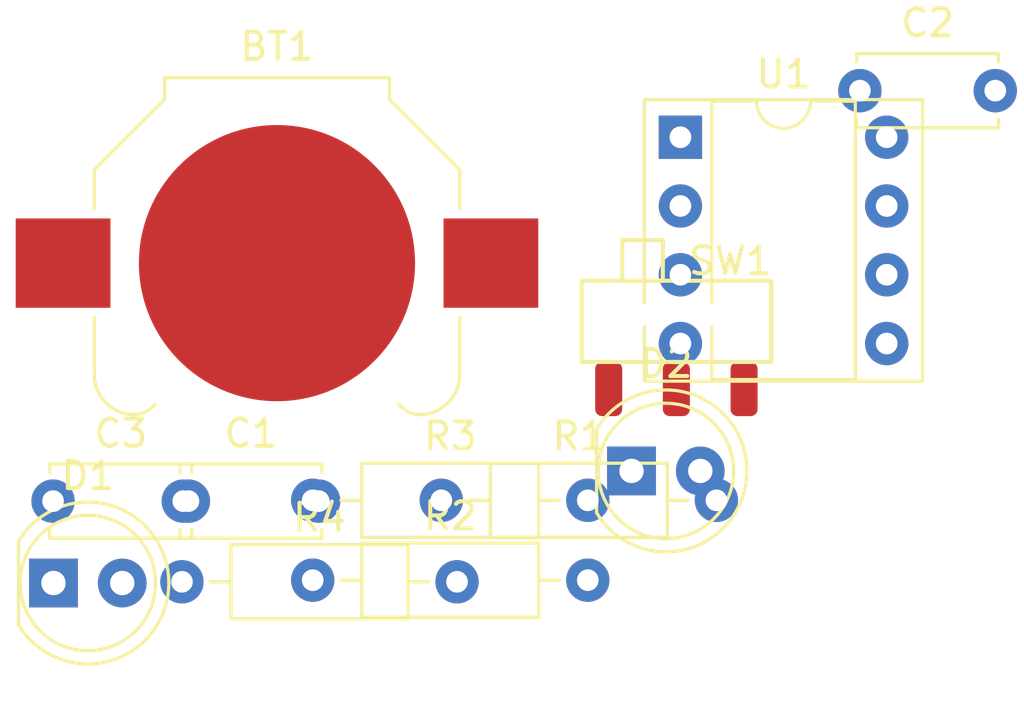
<source format=kicad_pcb>
(kicad_pcb (version 20211014) (generator pcbnew)
  (layers (0 "F.Cu" signal) (31 "B.Cu" signal) (34 "B.Paste" user) (35 "F.Paste" user) (36 "B.SilkS" user "B.Silkscreen") (37 "F.SilkS" user "F.Silkscreen") (38 "B.Mask" user) (39 "F.Mask" user) (44 "Edge.Cuts" user))
  (net 0 "")
  (net 1 "Net-(BT1-Pad1)")
  (net 2 "GND")
  (net 3 "Net-(C1-Pad1)")
  (net 4 "Net-(C2-Pad1)")
  (net 5 "Net-(C3-Pad1)")
  (net 6 "Net-(D1-Pad1)")
  (net 7 "Net-(D2-Pad1)")
  (net 8 "Net-(D2-Pad2)")
  (net 9 "Net-(R1-Pad2)")
  (footprint "Resistor_THT:R_Axial_DIN0207_L6.3mm_D2.5mm_P10.16mm_Horizontal" (layer "F.Cu") (at 143.095 104.635)
    (fp_text reference "R3" (at 5.08 -2.37) (layer "F.SilkS"))
    (fp_text value "200Ω")
    (fp_line (start 1.04 0) (end 1.81 0) (layer "F.SilkS") (width 0.12))
    (fp_line (start 1.81 -1.37) (end 1.81 1.37) (layer "F.SilkS") (width 0.12))
    (fp_line (start 8.35 1.37) (end 8.35 -1.37) (layer "F.SilkS") (width 0.12))
    (fp_line (start 8.35 -1.37) (end 1.81 -1.37) (layer "F.SilkS") (width 0.12))
    (fp_line (start 9.12 0) (end 8.35 0) (layer "F.SilkS") (width 0.12))
    (fp_line (start 1.81 1.37) (end 8.35 1.37) (layer "F.SilkS") (width 0.12))
    (pad "1" thru_hole circle (at 0 0) (size 1.6 1.6) (drill 0.8) (layers *.Cu *.Mask) (net 6 "Net-(D1-Pad1)"))
    (pad "2" thru_hole oval (at 10.16 0) (size 1.6 1.6) (drill 0.8) (layers *.Cu *.Mask) (net 8 "Net-(D2-Pad2)"))
  )
  (footprint "Blinky_ZAM:SSK-1202" (layer "F.Cu") (at 156.526201 100.526199)
    (property "Reference" "SW?")
    (property "Value" "SW_SPDT")
    (fp_text reference "SW1" (at 1.99 -4.73 unlocked) (layer "F.SilkS"))
    (fp_text value "SW_SPDT")
    (fp_rect (start -3.500001 -1) (end 3.500001 -4) (layer "F.SilkS") (width 0.1524) (fill none))
    (fp_rect (start -2 -5.499999) (end -0.5 -4) (layer "F.SilkS") (width 0.1524) (fill none))
    (pad "" np_thru_hole circle (at -1.25 -2.75) (size 0.8 0.8) (drill 0.8) (layers F&B.Cu *.Mask))
    (pad "" np_thru_hole circle (at 1.25 -2.75) (size 0.8 0.8) (drill 0.8) (layers F&B.Cu *.Mask))
    (pad "1" smd roundrect (at -2.5 0) (size 1 2) (layers "F.Cu" "F.Paste" "F.Mask") (net 4 "Net-(C2-Pad1)"))
    (pad "2" smd roundrect (at 0 0) (size 1 2) (layers "F.Cu" "F.Paste" "F.Mask") (net 1 "Net-(BT1-Pad1)"))
    (pad "3" smd roundrect (at 2.5 0) (size 1 2) (layers "F.Cu" "F.Paste" "F.Mask"))
  )
  (footprint "Capacitor_THT:C_Disc_D5.0mm_W2.5mm_P5.00mm" (layer "F.Cu") (at 138.315 104.665)
    (fp_text reference "C1" (at 2.5 -2.5) (layer "F.SilkS"))
    (fp_text value "300nF")
    (fp_line (start 5.12 -1.37) (end 5.12 -1.055) (layer "F.SilkS") (width 0.12))
    (fp_line (start -0.12 -1.37) (end 5.12 -1.37) (layer "F.SilkS") (width 0.12))
    (fp_line (start -0.12 -1.37) (end -0.12 -1.055) (layer "F.SilkS") (width 0.12))
    (fp_line (start 5.12 1.055) (end 5.12 1.37) (layer "F.SilkS") (width 0.12))
    (fp_line (start -0.12 1.055) (end -0.12 1.37) (layer "F.SilkS") (width 0.12))
    (fp_line (start -0.12 1.37) (end 5.12 1.37) (layer "F.SilkS") (width 0.12))
    (pad "1" thru_hole circle (at 0 0) (size 1.6 1.6) (drill 0.8) (layers *.Cu *.Mask) (net 3 "Net-(C1-Pad1)"))
    (pad "2" thru_hole circle (at 5 0) (size 1.6 1.6) (drill 0.8) (layers *.Cu *.Mask) (net 2 "GND"))
  )
  (footprint "Battery:BatteryHolder_Keystone_3000_1x12mm" (layer "F.Cu") (at 141.775 95.875)
    (fp_text reference "BT1" (at 0 -8) (layer "F.SilkS"))
    (fp_text value "Battery_Cell")
    (fp_line (start 6.75 -3.45) (end 6.75 -2) (layer "F.SilkS") (width 0.12))
    (fp_line (start -6.75 -3.45) (end -4.15 -6.05) (layer "F.SilkS") (width 0.12))
    (fp_line (start 4.15 -6.85) (end 4.15 -6.05) (layer "F.SilkS") (width 0.12))
    (fp_line (start -4.15 -6.05) (end -4.15 -6.85) (layer "F.SilkS") (width 0.12))
    (fp_line (start -6.75 2) (end -6.75 4.1) (layer "F.SilkS") (width 0.12))
    (fp_line (start -6.75 -2) (end -6.75 -3.45) (layer "F.SilkS") (width 0.12))
    (fp_line (start 4.15 -6.05) (end 6.75 -3.45) (layer "F.SilkS") (width 0.12))
    (fp_line (start -4.15 -6.85) (end 4.15 -6.85) (layer "F.SilkS") (width 0.12))
    (fp_line (start 6.75 2) (end 6.75 4.1) (layer "F.SilkS") (width 0.12))
    (fp_arc (start 5.414615 5.58416) (mid 4.90584 5.514615) (end 4.5 5.2) (layer "F.SilkS") (width 0.12))
    (fp_arc (start 6.75 4.05) (mid 6.346016 5.125305) (end 5.3 5.6) (layer "F.SilkS") (width 0.12))
    (fp_arc (start -5.3 5.6) (mid -6.346016 5.125305) (end -6.75 4.05) (layer "F.SilkS") (width 0.12))
    (fp_arc (start -4.5 5.2) (mid -4.90584 5.514615) (end -5.414615 5.58416) (layer "F.SilkS") (width 0.12))
    (pad "1" smd rect (at 7.9 0) (size 3.5 3.3) (layers "F.Cu" "F.Paste" "F.Mask") (net 1 "Net-(BT1-Pad1)"))
    (pad "1" smd rect (at -7.9 0) (size 3.5 3.3) (layers "F.Cu" "F.Paste" "F.Mask") (net 1 "Net-(BT1-Pad1)"))
    (pad "2" smd circle (at 0 0) (size 10.2 10.2) (layers "F.Cu" "F.Mask") (net 2 "GND"))
  )
  (footprint "Capacitor_THT:C_Disc_D5.0mm_W2.5mm_P5.00mm" (layer "F.Cu") (at 133.505 104.665)
    (fp_text reference "C3" (at 2.5 -2.5) (layer "F.SilkS"))
    (fp_text value "100nF")
    (fp_line (start -0.12 1.37) (end 5.12 1.37) (layer "F.SilkS") (width 0.12))
    (fp_line (start -0.12 -1.37) (end 5.12 -1.37) (layer "F.SilkS") (width 0.12))
    (fp_line (start 5.12 1.055) (end 5.12 1.37) (layer "F.SilkS") (width 0.12))
    (fp_line (start -0.12 1.055) (end -0.12 1.37) (layer "F.SilkS") (width 0.12))
    (fp_line (start -0.12 -1.37) (end -0.12 -1.055) (layer "F.SilkS") (width 0.12))
    (fp_line (start 5.12 -1.37) (end 5.12 -1.055) (layer "F.SilkS") (width 0.12))
    (pad "1" thru_hole circle (at 0 0) (size 1.6 1.6) (drill 0.8) (layers *.Cu *.Mask) (net 5 "Net-(C3-Pad1)"))
    (pad "2" thru_hole circle (at 5 0) (size 1.6 1.6) (drill 0.8) (layers *.Cu *.Mask) (net 2 "GND"))
  )
  (footprint "Resistor_THT:R_Axial_DIN0207_L6.3mm_D2.5mm_P10.16mm_Horizontal" (layer "F.Cu") (at 147.845 104.635)
    (fp_text reference "R1" (at 5.08 -2.37) (layer "F.SilkS"))
    (fp_text value "10kΩ")
    (fp_line (start 1.81 -1.37) (end 1.81 1.37) (layer "F.SilkS") (width 0.12))
    (fp_line (start 9.12 0) (end 8.35 0) (layer "F.SilkS") (width 0.12))
    (fp_line (start 1.04 0) (end 1.81 0) (layer "F.SilkS") (width 0.12))
    (fp_line (start 8.35 1.37) (end 8.35 -1.37) (layer "F.SilkS") (width 0.12))
    (fp_line (start 8.35 -1.37) (end 1.81 -1.37) (layer "F.SilkS") (width 0.12))
    (fp_line (start 1.81 1.37) (end 8.35 1.37) (layer "F.SilkS") (width 0.12))
    (pad "1" thru_hole circle (at 0 0) (size 1.6 1.6) (drill 0.8) (layers *.Cu *.Mask) (net 4 "Net-(C2-Pad1)"))
    (pad "2" thru_hole oval (at 10.16 0) (size 1.6 1.6) (drill 0.8) (layers *.Cu *.Mask) (net 9 "Net-(R1-Pad2)"))
  )
  (footprint "Resistor_THT:R_Axial_DIN0207_L6.3mm_D2.5mm_P10.16mm_Horizontal" (layer "F.Cu") (at 138.265 107.645)
    (fp_text reference "R4" (at 5.08 -2.37) (layer "F.SilkS"))
    (fp_text value "200Ω")
    (fp_line (start 8.35 1.37) (end 8.35 -1.37) (layer "F.SilkS") (width 0.12))
    (fp_line (start 9.12 0) (end 8.35 0) (layer "F.SilkS") (width 0.12))
    (fp_line (start 1.04 0) (end 1.81 0) (layer "F.SilkS") (width 0.12))
    (fp_line (start 1.81 1.37) (end 8.35 1.37) (layer "F.SilkS") (width 0.12))
    (fp_line (start 8.35 -1.37) (end 1.81 -1.37) (layer "F.SilkS") (width 0.12))
    (fp_line (start 1.81 -1.37) (end 1.81 1.37) (layer "F.SilkS") (width 0.12))
    (pad "1" thru_hole circle (at 0 0) (size 1.6 1.6) (drill 0.8) (layers *.Cu *.Mask) (net 7 "Net-(D2-Pad1)"))
    (pad "2" thru_hole oval (at 10.16 0) (size 1.6 1.6) (drill 0.8) (layers *.Cu *.Mask) (net 2 "GND"))
  )
  (footprint "Capacitor_THT:C_Disc_D5.0mm_W2.5mm_P5.00mm" (layer "F.Cu") (at 163.305 89.505)
    (fp_text reference "C2" (at 2.5 -2.5) (layer "F.SilkS"))
    (fp_text value "100nF")
    (fp_line (start -0.12 -1.37) (end -0.12 -1.055) (layer "F.SilkS") (width 0.12))
    (fp_line (start -0.12 1.055) (end -0.12 1.37) (layer "F.SilkS") (width 0.12))
    (fp_line (start 5.12 1.055) (end 5.12 1.37) (layer "F.SilkS") (width 0.12))
    (fp_line (start -0.12 -1.37) (end 5.12 -1.37) (layer "F.SilkS") (width 0.12))
    (fp_line (start 5.12 -1.37) (end 5.12 -1.055) (layer "F.SilkS") (width 0.12))
    (fp_line (start -0.12 1.37) (end 5.12 1.37) (layer "F.SilkS") (width 0.12))
    (pad "1" thru_hole circle (at 0 0) (size 1.6 1.6) (drill 0.8) (layers *.Cu *.Mask) (net 4 "Net-(C2-Pad1)"))
    (pad "2" thru_hole circle (at 5 0) (size 1.6 1.6) (drill 0.8) (layers *.Cu *.Mask) (net 2 "GND"))
  )
  (footprint "LED_THT:LED_D5.0mm" (layer "F.Cu") (at 154.87 103.55)
    (fp_text reference "D2" (at 1.27 -3.96) (layer "F.SilkS"))
    (fp_text value "LED")
    (fp_line (start -1.29 -1.545) (end -1.29 1.545) (layer "F.SilkS") (width 0.12))
    (fp_arc (start -1.29 -1.54483) (mid 2.072002 -2.880433) (end 4.26 0.000462) (layer "F.SilkS") (width 0.12))
    (fp_arc (start 4.26 -0.000462) (mid 2.072002 2.880433) (end -1.29 1.54483) (layer "F.SilkS") (width 0.12))
    (fp_circle (center 1.27 0) (end 3.77 0) (layer "F.SilkS") (width 0.12) (fill none))
    (pad "1" thru_hole rect (at 0 0) (size 1.8 1.8) (drill 0.9) (layers *.Cu *.Mask) (net 7 "Net-(D2-Pad1)"))
    (pad "2" thru_hole circle (at 2.54 0) (size 1.8 1.8) (drill 0.9) (layers *.Cu *.Mask) (net 8 "Net-(D2-Pad2)"))
  )
  (footprint "Package_DIP:DIP-8_W7.62mm_Socket" (layer "F.Cu") (at 156.675 91.225)
    (fp_text reference "U1" (at 3.81 -2.33) (layer "F.SilkS"))
    (fp_text value "TLC551CD‎")
    (fp_line (start 6.46 8.95) (end 6.46 -1.33) (layer "F.SilkS") (width 0.12))
    (fp_line (start 6.46 -1.33) (end 4.81 -1.33) (layer "F.SilkS") (width 0.12))
    (fp_line (start 1.16 -1.33) (end 1.16 8.95) (layer "F.SilkS") (width 0.12))
    (fp_line (start 8.95 -1.39) (end -1.33 -1.39) (layer "F.SilkS") (width 0.12))
    (fp_line (start 1.16 8.95) (end 6.46 8.95) (layer "F.SilkS") (width 0.12))
    (fp_line (start 8.95 9.01) (end 8.95 -1.39) (layer "F.SilkS") (width 0.12))
    (fp_line (start -1.33 -1.39) (end -1.33 9.01) (layer "F.SilkS") (width 0.12))
    (fp_line (start -1.33 9.01) (end 8.95 9.01) (layer "F.SilkS") (width 0.12))
    (fp_line (start 2.81 -1.33) (end 1.16 -1.33) (layer "F.SilkS") (width 0.12))
    (fp_arc (start 4.81 -1.33) (mid 3.81 -0.33) (end 2.81 -1.33) (layer "F.SilkS") (width 0.12))
    (pad "1" thru_hole rect (at 0 0) (size 1.6 1.6) (drill 0.8) (layers *.Cu *.Mask) (net 2 "GND"))
    (pad "2" thru_hole oval (at 0 2.54) (size 1.6 1.6) (drill 0.8) (layers *.Cu *.Mask) (net 3 "Net-(C1-Pad1)"))
    (pad "3" thru_hole oval (at 0 5.08) (size 1.6 1.6) (drill 0.8) (layers *.Cu *.Mask) (net 8 "Net-(D2-Pad2)"))
    (pad "4" thru_hole oval (at 0 7.62) (size 1.6 1.6) (drill 0.8) (layers *.Cu *.Mask) (net 4 "Net-(C2-Pad1)"))
    (pad "5" thru_hole oval (at 7.62 7.62) (size 1.6 1.6) (drill 0.8) (layers *.Cu *.Mask) (net 5 "Net-(C3-Pad1)"))
    (pad "6" thru_hole oval (at 7.62 5.08) (size 1.6 1.6) (drill 0.8) (layers *.Cu *.Mask) (net 3 "Net-(C1-Pad1)"))
    (pad "7" thru_hole oval (at 7.62 2.54) (size 1.6 1.6) (drill 0.8) (layers *.Cu *.Mask) (net 9 "Net-(R1-Pad2)"))
    (pad "8" thru_hole oval (at 7.62 0) (size 1.6 1.6) (drill 0.8) (layers *.Cu *.Mask) (net 4 "Net-(C2-Pad1)"))
  )
  (footprint "Resistor_THT:R_Axial_DIN0207_L6.3mm_D2.5mm_P10.16mm_Horizontal" (layer "F.Cu") (at 143.095 107.585)
    (fp_text reference "R2" (at 5.08 -2.37) (layer "F.SilkS"))
    (fp_text value "1MΩ")
    (fp_line (start 8.35 1.37) (end 8.35 -1.37) (layer "F.SilkS") (width 0.12))
    (fp_line (start 9.12 0) (end 8.35 0) (layer "F.SilkS") (width 0.12))
    (fp_line (start 1.04 0) (end 1.81 0) (layer "F.SilkS") (width 0.12))
    (fp_line (start 1.81 1.37) (end 8.35 1.37) (layer "F.SilkS") (width 0.12))
    (fp_line (start 8.35 -1.37) (end 1.81 -1.37) (layer "F.SilkS") (width 0.12))
    (fp_line (start 1.81 -1.37) (end 1.81 1.37) (layer "F.SilkS") (width 0.12))
    (pad "1" thru_hole circle (at 0 0) (size 1.6 1.6) (drill 0.8) (layers *.Cu *.Mask) (net 9 "Net-(R1-Pad2)"))
    (pad "2" thru_hole oval (at 10.16 0) (size 1.6 1.6) (drill 0.8) (layers *.Cu *.Mask) (net 3 "Net-(C1-Pad1)"))
  )
  (footprint "LED_THT:LED_D5.0mm" (layer "F.Cu") (at 133.52 107.69)
    (fp_text reference "D1" (at 1.27 -3.96) (layer "F.SilkS"))
    (fp_text value "LED")
    (fp_line (start -1.29 -1.545) (end -1.29 1.545) (layer "F.SilkS") (width 0.12))
    (fp_arc (start -1.29 -1.54483) (mid 2.072002 -2.880433) (end 4.26 0.000462) (layer "F.SilkS") (width 0.12))
    (fp_arc (start 4.26 -0.000462) (mid 2.072002 2.880433) (end -1.29 1.54483) (layer "F.SilkS") (width 0.12))
    (fp_circle (center 1.27 0) (end 3.77 0) (layer "F.SilkS") (width 0.12) (fill none))
    (pad "1" thru_hole rect (at 0 0) (size 1.8 1.8) (drill 0.9) (layers *.Cu *.Mask) (net 6 "Net-(D1-Pad1)"))
    (pad "2" thru_hole circle (at 2.54 0) (size 1.8 1.8) (drill 0.9) (layers *.Cu *.Mask) (net 4 "Net-(C2-Pad1)"))
  )
)
</source>
